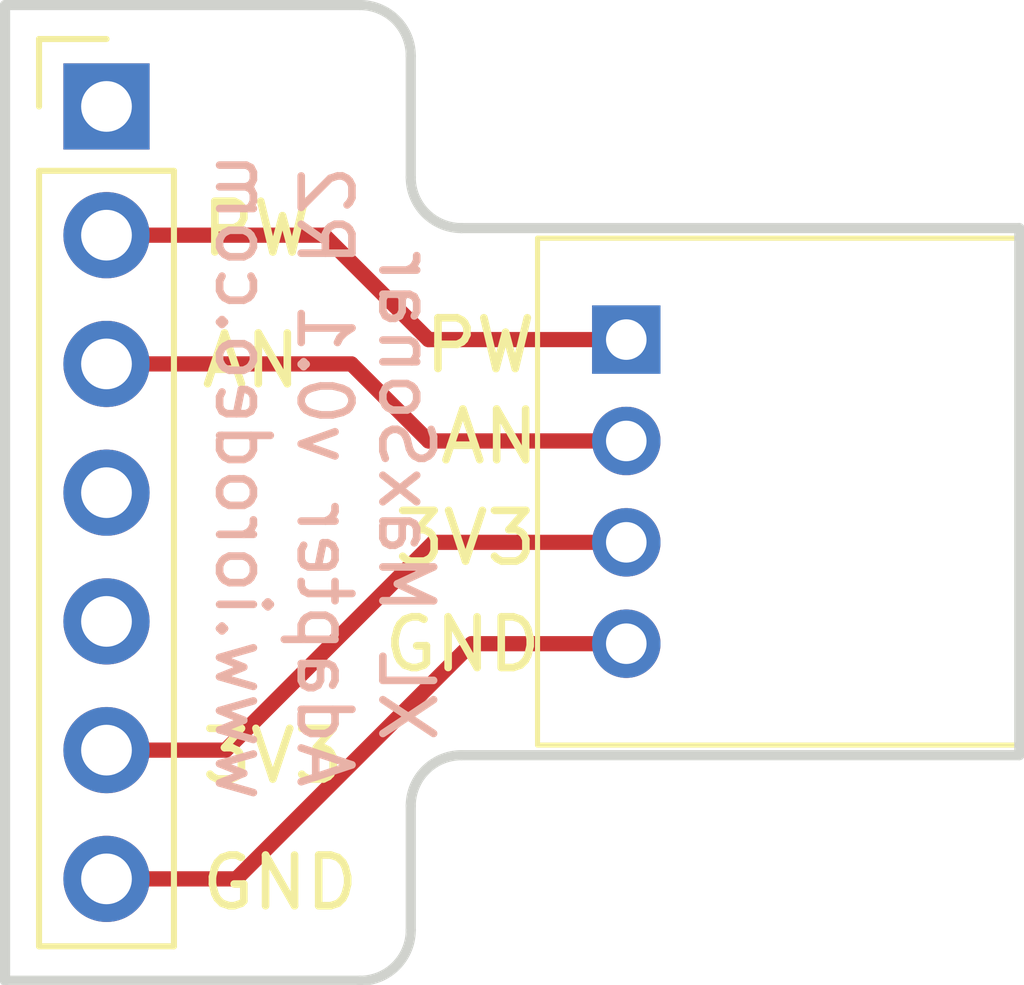
<source format=kicad_pcb>
(kicad_pcb (version 20221018) (generator pcbnew)
  (layers (0 "F.Cu" signal) (31 "B.Cu" signal) (34 "B.Paste" user) (35 "F.Paste" user) (36 "B.SilkS" user "B.Silkscreen") (37 "F.SilkS" user "F.Silkscreen") (38 "B.Mask" user) (39 "F.Mask" user) (44 "Edge.Cuts" user))
  (net 0 "")
  (net 2 "/PW")
  (net 3 "/AN")
  (net 6 "/3V3")
  (net 7 "/GND")
  (footprint "grove_2mm_4pin_ra:grove_2mm_4pin_ra" (layer "F.Cu") (at 62.25 56.6)
    (fp_text reference "J2" hide)
    (fp_text value "Conn_01x04" hide)
    (fp_line (start -1.75 -2) (end -1.75 8) (stroke (width 0.1)) (layer "F.SilkS"))
    (fp_line (start -1.75 -2) (end 7.75 -2) (stroke (width 0.1)) (layer "F.SilkS"))
    (fp_line (start -1.75 8) (end 7.75 8) (stroke (width 0.1)) (layer "F.SilkS"))
    (fp_line (start 7.75 -2) (end 7.75 8) (stroke (width 0.1)) (layer "F.SilkS"))
    (pad "1" thru_hole rect (at 0 0) (size 1.35 1.35) (drill 0.8) (layers "*.Cu" "*.Mask") (net 2 "/PW"))
    (pad "2" thru_hole circle (at 0 2) (size 1.35 1.35) (drill 0.8) (layers "*.Cu" "*.Mask") (net 3 "/AN"))
    (pad "3" thru_hole circle (at 0 4) (size 1.35 1.35) (drill 0.8) (layers "*.Cu" "*.Mask") (net 6 "/3V3"))
    (pad "4" thru_hole circle (at 0 6) (size 1.35 1.35) (drill 0.8) (layers "*.Cu" "*.Mask") (net 7 "/GND"))
  )
  (footprint "Connector_PinHeader_2.54mm:PinHeader_1x07_P2.54mm_Vertical" (layer "F.Cu") (at 52 52)
    (fp_text reference "J1" hide)
    (fp_text value "Conn_01x07" hide)
    (fp_line (start -1.33 -1.33) (end 0 -1.33) (stroke (width 0.12)) (layer "F.SilkS"))
    (fp_line (start -1.33 0) (end -1.33 -1.33) (stroke (width 0.12)) (layer "F.SilkS"))
    (fp_line (start -1.33 1.27) (end -1.33 16.57) (stroke (width 0.12)) (layer "F.SilkS"))
    (fp_line (start -1.33 1.27) (end 1.33 1.27) (stroke (width 0.12)) (layer "F.SilkS"))
    (fp_line (start -1.33 16.57) (end 1.33 16.57) (stroke (width 0.12)) (layer "F.SilkS"))
    (fp_line (start 1.33 1.27) (end 1.33 16.57) (stroke (width 0.12)) (layer "F.SilkS"))
    (pad "1" thru_hole rect (at 0 0) (size 1.7 1.7) (drill 1) (layers "*.Cu" "*.Mask"))
    (pad "2" thru_hole oval (at 0 2.54) (size 1.7 1.7) (drill 1) (layers "*.Cu" "*.Mask") (net 2 "/PW"))
    (pad "3" thru_hole oval (at 0 5.08) (size 1.7 1.7) (drill 1) (layers "*.Cu" "*.Mask") (net 3 "/AN"))
    (pad "4" thru_hole oval (at 0 7.62) (size 1.7 1.7) (drill 1) (layers "*.Cu" "*.Mask"))
    (pad "5" thru_hole oval (at 0 10.16) (size 1.7 1.7) (drill 1) (layers "*.Cu" "*.Mask"))
    (pad "6" thru_hole oval (at 0 12.7) (size 1.7 1.7) (drill 1) (layers "*.Cu" "*.Mask") (net 6 "/3V3"))
    (pad "7" thru_hole oval (at 0 15.24) (size 1.7 1.7) (drill 1) (layers "*.Cu" "*.Mask") (net 7 "/GND"))
  )
  (gr_line (start 59 54.4) (end 70 54.4) (stroke (width 0.2)) (layer "Edge.Cuts"))
  (gr_line (start 57 69.25) (end 50 69.25) (stroke (width 0.2)) (layer "Edge.Cuts"))
  (gr_line (start 58 51) (end 58 53.4) (stroke (width 0.2)) (layer "Edge.Cuts"))
  (gr_line (start 70 64.8) (end 59 64.8) (stroke (width 0.2)) (layer "Edge.Cuts"))
  (gr_line (start 50 50) (end 57 50) (stroke (width 0.2)) (layer "Edge.Cuts"))
  (gr_line (start 70 54.4) (end 70 64.8) (stroke (width 0.2)) (layer "Edge.Cuts"))
  (gr_arc (start 58 65.8) (mid 58.292893 65.092893) (end 59 64.8) (stroke (width 0.2)) (layer "Edge.Cuts"))
  (gr_line (start 50 50) (end 50 69.25) (stroke (width 0.2)) (layer "Edge.Cuts"))
  (gr_arc (start 58 68.25) (mid 57.707107 68.957107) (end 57 69.25) (stroke (width 0.2)) (layer "Edge.Cuts"))
  (gr_arc (start 57 50) (mid 57.707107 50.292893) (end 58 51) (stroke (width 0.2)) (layer "Edge.Cuts"))
  (gr_arc (start 59 54.4) (mid 58.292893 54.107107) (end 58 53.4) (stroke (width 0.2)) (layer "Edge.Cuts"))
  (gr_line (start 58 65.8) (end 58 68.25) (stroke (width 0.2)) (layer "Edge.Cuts"))
  (gr_text "XL MaxSonar \nAdapter v0.1 R2\nwww.iorodeo.com" (at 54.1 59.3 270) (layer "B.SilkS") (effects (font (size 1 1)) (justify bottom mirror)))
  (gr_text "GND" (at 57.4 63.2) (layer "F.SilkS") (effects (font (size 1 1)) (justify left bottom)))
  (gr_text "AN" (at 53.8 57.6) (layer "F.SilkS") (effects (font (size 1 1)) (justify left bottom)))
  (gr_text "3V3" (at 53.8 65.4) (layer "F.SilkS") (effects (font (size 1 1)) (justify left bottom)))
  (gr_text "PW" (at 58.2 57.3) (layer "F.SilkS") (effects (font (size 1 1)) (justify left bottom)))
  (gr_text "PW" (at 53.8 55) (layer "F.SilkS") (effects (font (size 1 1)) (justify left bottom)))
  (gr_text "3V3" (at 57.6 61.1) (layer "F.SilkS") (effects (font (size 1 1)) (justify left bottom)))
  (gr_text "AN" (at 58.5 59.1) (layer "F.SilkS") (effects (font (size 1 1)) (justify left bottom)))
  (gr_text "GND" (at 53.8 67.9) (layer "F.SilkS") (effects (font (size 1 1)) (justify left bottom)))
  (segment (start 56.29 54.54) (end 58.35 56.6) (width 0.3) (layer "F.Cu") (net 2))
  (segment (start 58.35 56.6) (end 62.25 56.6) (width 0.3) (layer "F.Cu") (net 2))
  (segment (start 52 54.54) (end 56.29 54.54) (width 0.3) (layer "F.Cu") (net 2))
  (segment (start 52 57.08) (end 56.83 57.08) (width 0.3) (layer "F.Cu") (net 3))
  (segment (start 56.83 57.08) (end 58.35 58.6) (width 0.3) (layer "F.Cu") (net 3))
  (segment (start 58.35 58.6) (end 62.25 58.6) (width 0.3) (layer "F.Cu") (net 3))
  (segment (start 52 64.7) (end 54.35 64.7) (width 0.3) (layer "F.Cu") (net 6))
  (segment (start 54.35 64.7) (end 58.45 60.6) (width 0.3) (layer "F.Cu") (net 6))
  (segment (start 58.45 60.6) (end 62.25 60.6) (width 0.3) (layer "F.Cu") (net 6))
  (segment (start 54.56 67.24) (end 59.2 62.6) (width 0.3) (layer "F.Cu") (net 7))
  (segment (start 59.2 62.6) (end 62.25 62.6) (width 0.3) (layer "F.Cu") (net 7))
  (segment (start 52 67.24) (end 54.56 67.24) (width 0.3) (layer "F.Cu") (net 7))
)
</source>
